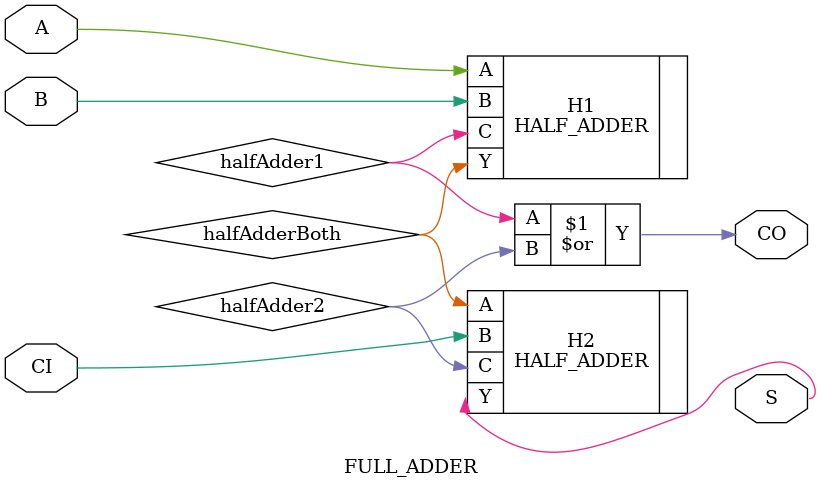
<source format=v>
`include "prj_definition.v"

module FULL_ADDER(S,CO,A,B, CI);
output S,CO;	// sum and carry out bit
input A,B, CI;	//inputs and carry in bit
wire halfAdder1, halfAdder2, halfAdderBoth; //connection for next operation

HALF_ADDER H1(.Y(halfAdderBoth), .C(halfAdder1), .A(A), .B(B));	//1st half adder
HALF_ADDER H2(.Y(S), .C(halfAdder2), .A(halfAdderBoth), .B(CI));	//2nd half adder
or or1(CO, halfAdder1, halfAdder2);	//combines 2 half adders together

endmodule 

</source>
